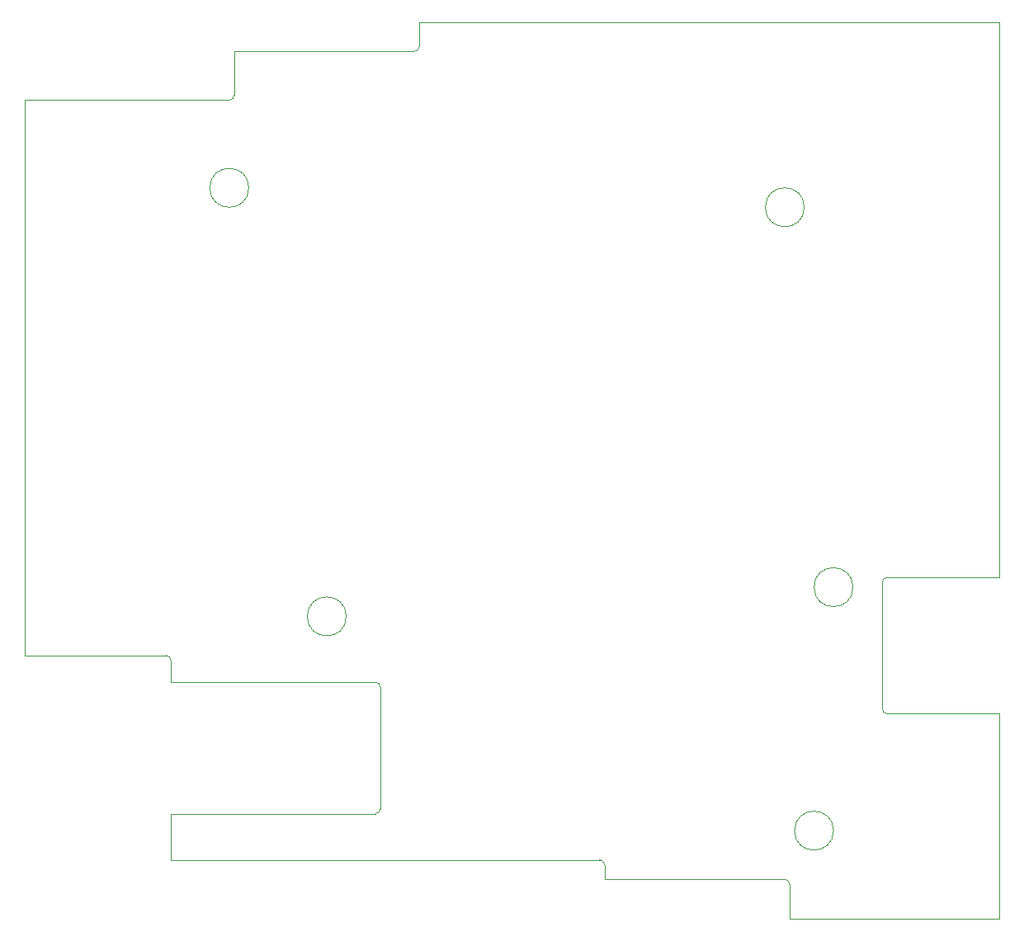
<source format=gbr>
%TF.GenerationSoftware,KiCad,Pcbnew,9.0.4*%
%TF.CreationDate,2025-11-12T08:08:54+09:00*%
%TF.ProjectId,modubu,6d6f6475-6275-42e6-9b69-6361645f7063,rev?*%
%TF.SameCoordinates,Original*%
%TF.FileFunction,Profile,NP*%
%FSLAX46Y46*%
G04 Gerber Fmt 4.6, Leading zero omitted, Abs format (unit mm)*
G04 Created by KiCad (PCBNEW 9.0.4) date 2025-11-12 08:08:54*
%MOMM*%
%LPD*%
G01*
G04 APERTURE LIST*
%TA.AperFunction,Profile*%
%ADD10C,0.050000*%
%TD*%
%TA.AperFunction,Profile*%
%ADD11C,0.100000*%
%TD*%
G04 APERTURE END LIST*
D10*
X118500000Y-140500000D02*
G75*
G02*
X119000000Y-141000000I0J-500000D01*
G01*
X55500000Y-133750000D02*
X56000000Y-133750000D01*
X129000000Y-123500000D02*
G75*
G02*
X128500000Y-123000000I0J500000D01*
G01*
X128500000Y-110000000D02*
G75*
G02*
X129000000Y-109500000I500000J0D01*
G01*
X81000000Y-52500000D02*
X140500000Y-52500000D01*
X140500000Y-123500000D02*
X140500000Y-144500000D01*
X100000000Y-140500000D02*
X100000000Y-139000000D01*
X125500000Y-110500000D02*
G75*
G02*
X121500000Y-110500000I-2000000J0D01*
G01*
X121500000Y-110500000D02*
G75*
G02*
X125500000Y-110500000I2000000J0D01*
G01*
X73500000Y-113500000D02*
G75*
G02*
X69500000Y-113500000I-2000000J0D01*
G01*
X69500000Y-113500000D02*
G75*
G02*
X73500000Y-113500000I2000000J0D01*
G01*
X55000000Y-117500000D02*
X40500000Y-117500000D01*
X40500000Y-117500000D02*
X40500000Y-60500000D01*
X140500000Y-109500000D02*
X129000000Y-109500000D01*
X62000000Y-60000000D02*
X62000000Y-55500000D01*
X81000000Y-55000000D02*
X81000000Y-52500000D01*
X120500000Y-71500000D02*
G75*
G02*
X116500000Y-71500000I-2000000J0D01*
G01*
X116500000Y-71500000D02*
G75*
G02*
X120500000Y-71500000I2000000J0D01*
G01*
X99500000Y-138500000D02*
X55500000Y-138500000D01*
X63500000Y-69500000D02*
G75*
G02*
X59500000Y-69500000I-2000000J0D01*
G01*
X59500000Y-69500000D02*
G75*
G02*
X63500000Y-69500000I2000000J0D01*
G01*
X55500000Y-120250000D02*
X56000000Y-120250000D01*
X55500000Y-138500000D02*
X55500000Y-133750000D01*
X119000000Y-144500000D02*
X119000000Y-141000000D01*
X81000000Y-55000000D02*
G75*
G02*
X80500000Y-55500000I-500000J0D01*
G01*
X62000000Y-55500000D02*
X80500000Y-55500000D01*
X55500000Y-118000000D02*
X55500000Y-120250000D01*
X118500000Y-140500000D02*
X100000000Y-140500000D01*
X55000000Y-117500000D02*
G75*
G02*
X55500000Y-118000000I0J-500000D01*
G01*
X40500000Y-60500000D02*
X61500000Y-60500000D01*
X99500000Y-138500000D02*
G75*
G02*
X100000000Y-139000000I0J-500000D01*
G01*
X128500000Y-110000000D02*
X128500000Y-123000000D01*
X140500000Y-144500000D02*
X119000000Y-144500000D01*
X123500000Y-135500000D02*
G75*
G02*
X119500000Y-135500000I-2000000J0D01*
G01*
X119500000Y-135500000D02*
G75*
G02*
X123500000Y-135500000I2000000J0D01*
G01*
X62000000Y-60000000D02*
G75*
G02*
X61500000Y-60500000I-500000J0D01*
G01*
X129000000Y-123500000D02*
X140500000Y-123500000D01*
X140500000Y-52500000D02*
X140500000Y-109500000D01*
D11*
%TO.C,U1*%
X56000000Y-133749999D02*
X76500000Y-133750001D01*
X76499999Y-120250000D02*
X55999999Y-120250000D01*
X77000000Y-133250000D02*
X77000000Y-120750000D01*
X76499999Y-120250000D02*
G75*
G02*
X77000000Y-120750000I1J-500000D01*
G01*
X77000000Y-133250000D02*
G75*
G02*
X76500000Y-133750001I-500006J5D01*
G01*
%TD*%
M02*

</source>
